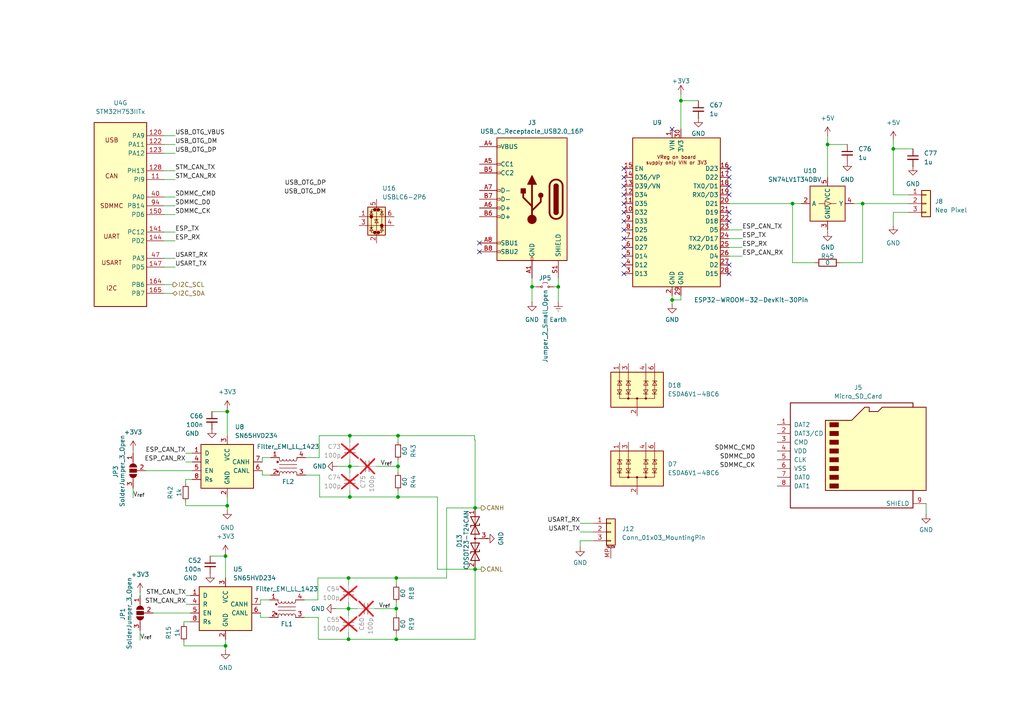
<source format=kicad_sch>
(kicad_sch
	(version 20231120)
	(generator "eeschema")
	(generator_version "8.0")
	(uuid "c61dd313-04ad-474f-9718-66b9bce07315")
	(paper "A4")
	
	(junction
		(at 229.87 59.055)
		(diameter 0)
		(color 0 0 0 0)
		(uuid "05cfbb34-84b8-41f9-b2c6-e5b00514da1d")
	)
	(junction
		(at 114.935 185.42)
		(diameter 0)
		(color 0 0 0 0)
		(uuid "28a47998-b579-477b-8bd7-5184e4777d5e")
	)
	(junction
		(at 115.443 135.255)
		(diameter 0)
		(color 0 0 0 0)
		(uuid "3162dd44-bd73-462d-a1ba-3ec68e82b83a")
	)
	(junction
		(at 250.19 59.055)
		(diameter 0)
		(color 0 0 0 0)
		(uuid "318c4647-7bc1-4283-9b65-f73983dbd071")
	)
	(junction
		(at 65.913 146.685)
		(diameter 0)
		(color 0 0 0 0)
		(uuid "3d875b4c-a7a5-4903-ad64-3ecea35d872b")
	)
	(junction
		(at 65.913 119.38)
		(diameter 0)
		(color 0 0 0 0)
		(uuid "41b0bad5-7e8d-4b02-8ba8-4522831df7e6")
	)
	(junction
		(at 65.405 187.325)
		(diameter 0)
		(color 0 0 0 0)
		(uuid "4dfb8dde-4cef-4814-89d9-dc2c67abc0ea")
	)
	(junction
		(at 101.092 167.64)
		(diameter 0)
		(color 0 0 0 0)
		(uuid "53b32a67-343e-432d-9256-006aedde493b")
	)
	(junction
		(at 154.305 83.185)
		(diameter 0)
		(color 0 0 0 0)
		(uuid "65361e79-136b-4452-b644-b05b849b7943")
	)
	(junction
		(at 115.443 144.145)
		(diameter 0)
		(color 0 0 0 0)
		(uuid "6c0e76a3-6aad-4fb4-a948-d5eac4447136")
	)
	(junction
		(at 101.473 126.365)
		(diameter 0)
		(color 0 0 0 0)
		(uuid "7481ae21-ea6c-45fa-90b7-25db4fcacac0")
	)
	(junction
		(at 65.405 161.29)
		(diameter 0)
		(color 0 0 0 0)
		(uuid "7c2aa378-d994-4cbb-a7fd-662b6a6dbd3e")
	)
	(junction
		(at 197.485 29.21)
		(diameter 0)
		(color 0 0 0 0)
		(uuid "8a2ddf5a-e56d-4ddb-b3a7-3ce78fdb1ea7")
	)
	(junction
		(at 101.092 185.42)
		(diameter 0)
		(color 0 0 0 0)
		(uuid "8c902d7a-9a97-4247-a024-6511c85f57b0")
	)
	(junction
		(at 115.443 126.365)
		(diameter 0)
		(color 0 0 0 0)
		(uuid "9727df9d-30c2-4d31-a4a4-c18de4a38ffd")
	)
	(junction
		(at 137.795 165.1)
		(diameter 0)
		(color 0 0 0 0)
		(uuid "9b258187-c52a-4e59-8789-b7ac6ed5dc99")
	)
	(junction
		(at 101.092 176.53)
		(diameter 0)
		(color 0 0 0 0)
		(uuid "9cc87ece-ed33-40de-966c-51c2001dc894")
	)
	(junction
		(at 101.473 135.255)
		(diameter 0)
		(color 0 0 0 0)
		(uuid "9cdc856e-55bf-4f24-8496-a3f3c835efb4")
	)
	(junction
		(at 137.795 147.32)
		(diameter 0)
		(color 0 0 0 0)
		(uuid "a02cb7ca-67e1-4267-9b51-48bfa47aa699")
	)
	(junction
		(at 114.935 167.64)
		(diameter 0)
		(color 0 0 0 0)
		(uuid "b60abf17-3e74-47af-a488-26c720dd0b0f")
	)
	(junction
		(at 114.935 176.53)
		(diameter 0)
		(color 0 0 0 0)
		(uuid "b6c8fd7b-67f5-4777-9880-dd70ef3914a0")
	)
	(junction
		(at 194.945 86.995)
		(diameter 0)
		(color 0 0 0 0)
		(uuid "cee00a16-43e6-4734-87be-e840da75aabc")
	)
	(junction
		(at 101.473 144.145)
		(diameter 0)
		(color 0 0 0 0)
		(uuid "cf065f4e-64c6-411f-9278-3cbeff3ad8fd")
	)
	(junction
		(at 161.925 83.185)
		(diameter 0)
		(color 0 0 0 0)
		(uuid "dc503ca9-a2a2-4e47-b078-e55c9f049628")
	)
	(junction
		(at 259.08 43.18)
		(diameter 0)
		(color 0 0 0 0)
		(uuid "e4280f40-0a8b-46b8-8a3f-bdc2bbc7d561")
	)
	(junction
		(at 240.03 41.91)
		(diameter 0)
		(color 0 0 0 0)
		(uuid "e66e4697-c658-4daa-8505-29693d7c6fa8")
	)
	(no_connect
		(at 180.975 74.295)
		(uuid "0f78565a-9a79-4977-842d-db81c2f3a858")
	)
	(no_connect
		(at 180.975 56.515)
		(uuid "1635493b-c0b0-4b22-91c0-dd20f89d28d6")
	)
	(no_connect
		(at 180.975 59.055)
		(uuid "2cd37b9b-1e16-4721-baaf-0f02fff9ee15")
	)
	(no_connect
		(at 211.455 48.895)
		(uuid "2e298096-7ace-418c-89a7-3d43d6bed0db")
	)
	(no_connect
		(at 180.975 61.595)
		(uuid "3bc25636-dee2-443e-8ccb-a980f456ac63")
	)
	(no_connect
		(at 180.975 51.435)
		(uuid "43d8676e-50c6-4697-acd1-a078ec396d67")
	)
	(no_connect
		(at 180.975 66.675)
		(uuid "4a7c660c-ecc7-4617-8099-7833ce97674f")
	)
	(no_connect
		(at 180.975 48.895)
		(uuid "5a25121c-a1f8-402a-a503-9b4b6773db57")
	)
	(no_connect
		(at 194.945 37.465)
		(uuid "5c9306cf-381b-4d82-8a3a-52bc964f2a36")
	)
	(no_connect
		(at 211.455 53.975)
		(uuid "5c964bdf-2ed2-4eef-b541-8ce09ccb6359")
	)
	(no_connect
		(at 180.975 79.375)
		(uuid "5cab31a6-586b-4cbb-8e74-6785a73b7287")
	)
	(no_connect
		(at 211.455 76.835)
		(uuid "627c0ac6-463b-4d74-9056-912f48f57f8c")
	)
	(no_connect
		(at 180.975 69.215)
		(uuid "662f2eb1-7541-4b5a-9b3e-348e11036abd")
	)
	(no_connect
		(at 180.975 53.975)
		(uuid "73269fd7-c364-4aef-a8b5-a2eabdfa97a8")
	)
	(no_connect
		(at 211.455 61.595)
		(uuid "797e1eed-a489-45da-8c0f-184fc597169c")
	)
	(no_connect
		(at 180.975 76.835)
		(uuid "8365a6d4-6d29-461b-904c-0324ca06fc5a")
	)
	(no_connect
		(at 180.975 64.135)
		(uuid "8ac847d1-9069-40ae-a3f2-d3aed782fb55")
	)
	(no_connect
		(at 211.455 79.375)
		(uuid "8f56c4af-52dc-4612-9881-b40f131d9649")
	)
	(no_connect
		(at 211.455 51.435)
		(uuid "b938ea39-6292-4387-8cd7-875c20a9d49a")
	)
	(no_connect
		(at 139.065 70.485)
		(uuid "d7064c93-16c6-497d-859a-7b410a29e175")
	)
	(no_connect
		(at 211.455 56.515)
		(uuid "da2de24c-d775-46ec-8771-ff0ede014a17")
	)
	(no_connect
		(at 139.065 73.025)
		(uuid "e5cfba84-9aae-4335-81b2-f9420a56298e")
	)
	(no_connect
		(at 180.975 71.755)
		(uuid "e700e196-44ff-4ef8-a8e9-38a5e666b895")
	)
	(no_connect
		(at 211.455 64.135)
		(uuid "ffc9674a-9076-447f-ba67-71a5716efeb9")
	)
	(wire
		(pts
			(xy 50.8 59.69) (xy 47.625 59.69)
		)
		(stroke
			(width 0)
			(type default)
		)
		(uuid "069c83cc-66af-4239-a3f2-6fc7c9797843")
	)
	(wire
		(pts
			(xy 250.19 59.055) (xy 250.19 76.2)
		)
		(stroke
			(width 0)
			(type default)
		)
		(uuid "07821e1a-6081-4b53-af8d-3407e5dfe479")
	)
	(wire
		(pts
			(xy 92.329 179.07) (xy 92.329 185.42)
		)
		(stroke
			(width 0)
			(type default)
		)
		(uuid "07b7ef48-98f5-4f9c-8c83-e93a23111e86")
	)
	(wire
		(pts
			(xy 215.265 66.675) (xy 211.455 66.675)
		)
		(stroke
			(width 0)
			(type default)
		)
		(uuid "08072ded-74bf-4b0b-806c-19444be54a5d")
	)
	(wire
		(pts
			(xy 76.073 137.795) (xy 76.073 136.525)
		)
		(stroke
			(width 0)
			(type default)
		)
		(uuid "0eb24822-65ba-4fcc-a791-110a601cab9c")
	)
	(wire
		(pts
			(xy 240.03 41.91) (xy 245.745 41.91)
		)
		(stroke
			(width 0)
			(type default)
		)
		(uuid "0ec11d76-de2c-47d9-b68b-71e96f39e5f7")
	)
	(wire
		(pts
			(xy 197.485 29.21) (xy 197.485 37.465)
		)
		(stroke
			(width 0)
			(type default)
		)
		(uuid "11371f3a-622b-4d06-958d-0de2e3aefad4")
	)
	(wire
		(pts
			(xy 40.64 182.88) (xy 40.64 185.674)
		)
		(stroke
			(width 0)
			(type default)
		)
		(uuid "1191196b-173d-4dee-bb6d-b29a4d435163")
	)
	(wire
		(pts
			(xy 259.08 43.18) (xy 259.08 56.515)
		)
		(stroke
			(width 0)
			(type default)
		)
		(uuid "11fcf8a6-a9da-4e10-b537-040a5f04eac6")
	)
	(wire
		(pts
			(xy 88.265 173.99) (xy 92.202 173.99)
		)
		(stroke
			(width 0)
			(type default)
		)
		(uuid "1255d5b2-c80c-45ce-8562-7f9325184eb2")
	)
	(wire
		(pts
			(xy 115.443 126.365) (xy 137.668 126.365)
		)
		(stroke
			(width 0)
			(type default)
		)
		(uuid "16abee5d-4262-4bfd-ba27-099017bd3c89")
	)
	(wire
		(pts
			(xy 197.485 86.995) (xy 197.485 85.725)
		)
		(stroke
			(width 0)
			(type default)
		)
		(uuid "175d1789-0795-45ea-bebd-00c51a23ce0a")
	)
	(wire
		(pts
			(xy 168.275 156.845) (xy 168.275 158.75)
		)
		(stroke
			(width 0)
			(type default)
		)
		(uuid "1851c3fc-c833-4316-939d-3a55a4935065")
	)
	(wire
		(pts
			(xy 168.275 154.305) (xy 172.085 154.305)
		)
		(stroke
			(width 0)
			(type default)
		)
		(uuid "18ab3ef7-d310-4dfe-9bd7-87f1a836a671")
	)
	(wire
		(pts
			(xy 161.925 83.185) (xy 161.925 87.63)
		)
		(stroke
			(width 0)
			(type default)
		)
		(uuid "193e5122-e695-495b-91ef-fbf1d196eafd")
	)
	(wire
		(pts
			(xy 108.712 176.53) (xy 114.935 176.53)
		)
		(stroke
			(width 0)
			(type default)
		)
		(uuid "1c380b4c-4cae-4aa6-b682-a869ce94709e")
	)
	(wire
		(pts
			(xy 92.583 126.365) (xy 101.473 126.365)
		)
		(stroke
			(width 0)
			(type default)
		)
		(uuid "1c39585e-5704-44d0-a33d-b3876c68f352")
	)
	(wire
		(pts
			(xy 65.913 118.745) (xy 65.913 119.38)
		)
		(stroke
			(width 0)
			(type default)
		)
		(uuid "1e2b6175-d853-4821-ba74-1f24382ec349")
	)
	(wire
		(pts
			(xy 101.473 126.365) (xy 115.443 126.365)
		)
		(stroke
			(width 0)
			(type default)
		)
		(uuid "1ecee70f-1b0e-4963-98bb-53f91fcf7497")
	)
	(wire
		(pts
			(xy 114.935 174.625) (xy 114.935 176.53)
		)
		(stroke
			(width 0)
			(type default)
		)
		(uuid "216a5d0c-6bc2-4d57-bfc1-a0137443fd45")
	)
	(wire
		(pts
			(xy 161.925 80.645) (xy 161.925 83.185)
		)
		(stroke
			(width 0)
			(type default)
		)
		(uuid "223f121c-ffdf-4398-a523-ee63cee9632a")
	)
	(wire
		(pts
			(xy 114.935 176.53) (xy 114.935 178.435)
		)
		(stroke
			(width 0)
			(type default)
		)
		(uuid "25fcae18-2fce-4a2e-b99e-14db92c22b5a")
	)
	(wire
		(pts
			(xy 129.54 147.32) (xy 137.795 147.32)
		)
		(stroke
			(width 0)
			(type default)
		)
		(uuid "27d7ae8c-7eae-4f28-bd8f-3df57c79cc78")
	)
	(wire
		(pts
			(xy 215.265 74.295) (xy 211.455 74.295)
		)
		(stroke
			(width 0)
			(type default)
		)
		(uuid "29423af5-f664-45ad-bb1e-0735e38873c2")
	)
	(wire
		(pts
			(xy 50.8 41.91) (xy 47.625 41.91)
		)
		(stroke
			(width 0)
			(type default)
		)
		(uuid "2b0cb7c0-22b2-43e9-bf0a-56a674a06ce7")
	)
	(wire
		(pts
			(xy 114.935 167.64) (xy 129.54 167.64)
		)
		(stroke
			(width 0)
			(type default)
		)
		(uuid "2d763691-facb-4f15-9e9f-59c2b2d09226")
	)
	(wire
		(pts
			(xy 50.8 39.37) (xy 47.625 39.37)
		)
		(stroke
			(width 0)
			(type default)
		)
		(uuid "2e6d5f7d-e2c5-4fff-9ab8-ff9e5059fed6")
	)
	(wire
		(pts
			(xy 236.22 76.2) (xy 229.87 76.2)
		)
		(stroke
			(width 0)
			(type default)
		)
		(uuid "2fa12003-ea95-4a7e-a7b4-8f6dd8428bb3")
	)
	(wire
		(pts
			(xy 40.64 171.704) (xy 40.64 172.72)
		)
		(stroke
			(width 0)
			(type default)
		)
		(uuid "2fe633c0-4d3d-40d2-b66e-9c920b1c7a86")
	)
	(wire
		(pts
			(xy 141.605 156.21) (xy 140.843 156.21)
		)
		(stroke
			(width 0)
			(type default)
		)
		(uuid "31a4bbdf-559b-4207-a858-901d74817d56")
	)
	(wire
		(pts
			(xy 61.468 119.38) (xy 65.913 119.38)
		)
		(stroke
			(width 0)
			(type default)
		)
		(uuid "32faf47c-e64c-44b4-9d62-4d28d8d4153b")
	)
	(wire
		(pts
			(xy 65.405 187.325) (xy 65.405 188.595)
		)
		(stroke
			(width 0)
			(type default)
		)
		(uuid "364b407f-3b1e-4c62-9eb8-d29a94c13635")
	)
	(wire
		(pts
			(xy 126.873 165.1) (xy 126.873 144.145)
		)
		(stroke
			(width 0)
			(type default)
		)
		(uuid "37424b4b-71c8-41c4-b362-ea3007ee2cc4")
	)
	(wire
		(pts
			(xy 229.87 76.2) (xy 229.87 59.055)
		)
		(stroke
			(width 0)
			(type default)
		)
		(uuid "393f9b29-c1fb-4477-8410-888c1c775882")
	)
	(wire
		(pts
			(xy 240.03 39.37) (xy 240.03 41.91)
		)
		(stroke
			(width 0)
			(type default)
		)
		(uuid "395ffaba-dbfc-4c84-b3a1-2617223e9f3e")
	)
	(wire
		(pts
			(xy 92.71 137.795) (xy 92.71 144.145)
		)
		(stroke
			(width 0)
			(type default)
		)
		(uuid "3b6bddeb-5651-4db5-98b2-9b6f3f702707")
	)
	(wire
		(pts
			(xy 47.625 74.93) (xy 50.8 74.93)
		)
		(stroke
			(width 0)
			(type default)
		)
		(uuid "3e2111f4-1096-49ea-babe-955e0bcbceb6")
	)
	(wire
		(pts
			(xy 115.443 133.35) (xy 115.443 135.255)
		)
		(stroke
			(width 0)
			(type default)
		)
		(uuid "418d6449-7d54-435c-9348-9ebcc667fba1")
	)
	(wire
		(pts
			(xy 114.935 183.515) (xy 114.935 185.42)
		)
		(stroke
			(width 0)
			(type default)
		)
		(uuid "4abd7593-788c-4faf-8edb-6bf231a57d07")
	)
	(wire
		(pts
			(xy 168.275 151.765) (xy 172.085 151.765)
		)
		(stroke
			(width 0)
			(type default)
		)
		(uuid "4c385e60-1b83-4735-8d87-273cadd39ee9")
	)
	(wire
		(pts
			(xy 155.575 83.185) (xy 154.305 83.185)
		)
		(stroke
			(width 0)
			(type default)
		)
		(uuid "4c59cf70-ba51-432c-9f6e-cf47deea1277")
	)
	(wire
		(pts
			(xy 229.87 59.055) (xy 232.41 59.055)
		)
		(stroke
			(width 0)
			(type default)
		)
		(uuid "4dc32d7f-3ff8-43a5-afb9-2f4908b6a181")
	)
	(wire
		(pts
			(xy 137.795 165.1) (xy 137.795 185.42)
		)
		(stroke
			(width 0)
			(type default)
		)
		(uuid "4f3190e5-1fec-4c20-8c78-bb72eed0982d")
	)
	(wire
		(pts
			(xy 259.08 56.515) (xy 263.525 56.515)
		)
		(stroke
			(width 0)
			(type default)
		)
		(uuid "4f4d3fff-85b9-4083-bd46-2b914ab4a849")
	)
	(wire
		(pts
			(xy 161.925 83.185) (xy 160.655 83.185)
		)
		(stroke
			(width 0)
			(type default)
		)
		(uuid "548e25f7-a764-406a-97ab-d0c212687dad")
	)
	(wire
		(pts
			(xy 76.073 132.715) (xy 78.486 132.715)
		)
		(stroke
			(width 0)
			(type default)
		)
		(uuid "569600ce-4916-426c-ad6a-43656f889c21")
	)
	(wire
		(pts
			(xy 65.405 160.655) (xy 65.405 161.29)
		)
		(stroke
			(width 0)
			(type default)
		)
		(uuid "573d52d7-2912-42f7-a32c-98f
... [109974 chars truncated]
</source>
